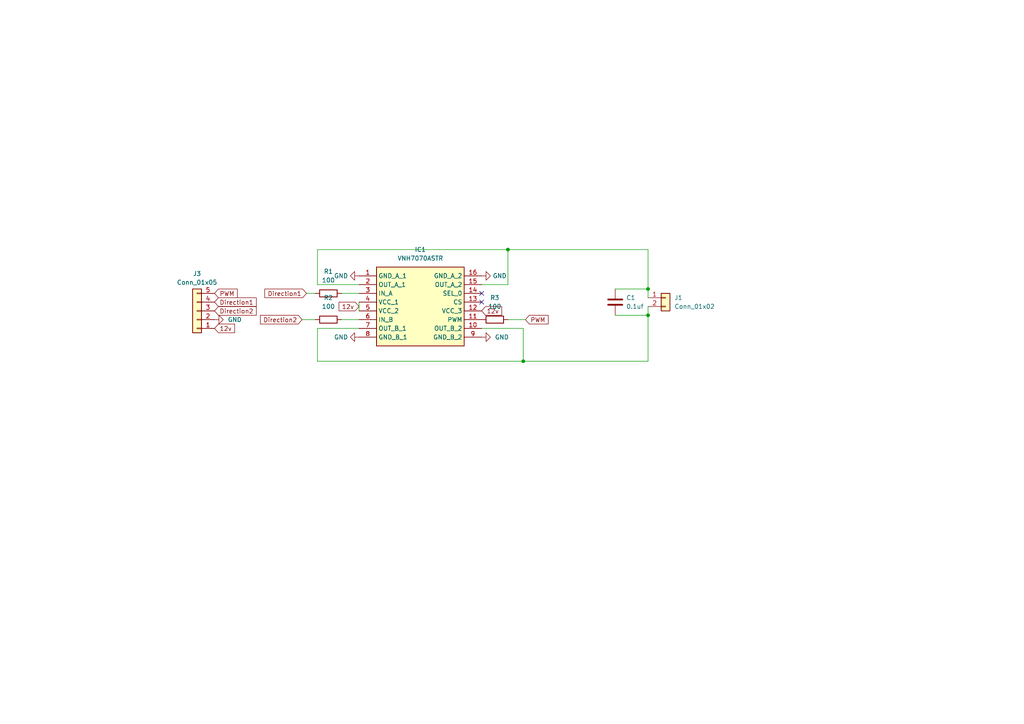
<source format=kicad_sch>
(kicad_sch (version 20231120) (generator "eeschema") (generator_version "8.0")
  (paper "A4")
  (lib_symbols
    (symbol "Connector_Generic:Conn_01x02" (pin_names (offset 1.016) hide)
      (property "Reference" "J" (at 0 2.54 0))
      (property "Value" "Conn_01x02" (at 0 -5.08 0))
      (symbol "Conn_01x02_1_1"
        (rectangle (start -1.27 -2.413) (end 0 -2.667) (stroke (width 0.1524)))
        (rectangle (start -1.27 0.127) (end 0 -0.127) (stroke (width 0.1524)))
        (rectangle (start -1.27 1.27) (end 1.27 -3.81) (stroke (width 0.254)) (fill (type background)))
        (pin passive line (at -5.08 0 0) (length 3.81) (name "Pin_1") (number "1"))
        (pin passive line (at -5.08 -2.54 0) (length 3.81) (name "Pin_2") (number "2"))
      )
    )
    (symbol "Connector_Generic:Conn_01x05" (pin_names (offset 1.016) hide)
      (property "Reference" "J" (at 0 7.62 0))
      (property "Value" "Conn_01x05" (at 0 -7.62 0))
      (symbol "Conn_01x05_1_1"
        (rectangle (start -1.27 -4.953) (end 0 -5.207) (stroke (width 0.1524)))
        (rectangle (start -1.27 -2.413) (end 0 -2.667) (stroke (width 0.1524)))
        (rectangle (start -1.27 0.127) (end 0 -0.127) (stroke (width 0.1524)))
        (rectangle (start -1.27 2.667) (end 0 2.413) (stroke (width 0.1524)))
        (rectangle (start -1.27 5.207) (end 0 4.953) (stroke (width 0.1524)))
        (rectangle (start -1.27 6.35) (end 1.27 -6.35) (stroke (width 0.254)) (fill (type background)))
        (pin passive line (at -5.08 5.08 0) (length 3.81) (name "Pin_1") (number "1"))
        (pin passive line (at -5.08 2.54 0) (length 3.81) (name "Pin_2") (number "2"))
        (pin passive line (at -5.08 0 0) (length 3.81) (name "Pin_3") (number "3"))
        (pin passive line (at -5.08 -2.54 0) (length 3.81) (name "Pin_4") (number "4"))
        (pin passive line (at -5.08 -5.08 0) (length 3.81) (name "Pin_5") (number "5"))
      )
    )
    (symbol "Device:C" (pin_numbers hide) (pin_names (offset 0.254))
      (property "Reference" "C" (at 0.635 2.54 0))
      (property "Value" "C" (at 0.635 -2.54 0))
      (symbol "C_0_1"
        (polyline (pts (xy -2.032 -0.762) (xy 2.032 -0.762)) (stroke (width 0.508)))
        (polyline (pts (xy -2.032 0.762) (xy 2.032 0.762)) (stroke (width 0.508)))
      )
      (symbol "C_1_1"
        (pin passive line (at 0 3.81 270) (length 2.794) (name "~") (number "1"))
        (pin passive line (at 0 -3.81 90) (length 2.794) (name "~") (number "2"))
      )
    )
    (symbol "Device:R" (pin_numbers hide) (pin_names (offset 0))
      (property "Reference" "R" (at 2.032 0 90))
      (property "Value" "R" (at 0 0 90))
      (symbol "R_0_1"
        (rectangle (start -1.016 -2.54) (end 1.016 2.54) (stroke (width 0.254)))
      )
      (symbol "R_1_1"
        (pin passive line (at 0 3.81 270) (length 1.27) (name "~") (number "1"))
        (pin passive line (at 0 -3.81 90) (length 1.27) (name "~") (number "2"))
      )
    )
    (symbol "VNH7070ASTR:VNH7070ASTR"
      (property "Reference" "IC" (at 31.75 7.62 0))
      (property "Value" "VNH7070ASTR" (at 31.75 5.08 0))
      (symbol "VNH7070ASTR_1_1"
        (rectangle (start 5.08 2.54) (end 30.48 -20.32) (stroke (width 0.254)) (fill (type background)))
        (pin passive line (at 0 0 0) (length 5.08) (name "GND_A_1") (number "1"))
        (pin passive line (at 35.56 -15.24 180) (length 5.08) (name "OUT_B_2") (number "10"))
        (pin passive line (at 35.56 -12.7 180) (length 5.08) (name "PWM") (number "11"))
        (pin passive line (at 35.56 -10.16 180) (length 5.08) (name "VCC_3") (number "12"))
        (pin passive line (at 35.56 -7.62 180) (length 5.08) (name "CS") (number "13"))
        (pin passive line (at 35.56 -5.08 180) (length 5.08) (name "SEL_0") (number "14"))
        (pin passive line (at 35.56 -2.54 180) (length 5.08) (name "OUT_A_2") (number "15"))
        (pin passive line (at 35.56 0 180) (length 5.08) (name "GND_A_2") (number "16"))
        (pin passive line (at 0 -2.54 0) (length 5.08) (name "OUT_A_1") (number "2"))
        (pin passive line (at 0 -5.08 0) (length 5.08) (name "IN_A") (number "3"))
        (pin passive line (at 0 -7.62 0) (length 5.08) (name "VCC_1") (number "4"))
        (pin passive line (at 0 -10.16 0) (length 5.08) (name "VCC_2") (number "5"))
        (pin passive line (at 0 -12.7 0) (length 5.08) (name "IN_B") (number "6"))
        (pin passive line (at 0 -15.24 0) (length 5.08) (name "OUT_B_1") (number "7"))
        (pin passive line (at 0 -17.78 0) (length 5.08) (name "GND_B_1") (number "8"))
        (pin passive line (at 35.56 -17.78 180) (length 5.08) (name "GND_B_2") (number "9"))
      )
    )
    (symbol "power:GND" (power) (pin_names (offset 0))
      (property "Value" "GND" (at 0 -3.81 0))
      (symbol "GND_0_1"
        (polyline (pts (xy 0 0) (xy 0 -1.27) (xy 1.27 -1.27) (xy 0 -2.54) (xy -1.27 -1.27) (xy 0 -1.27)))
      )
      (symbol "GND_1_1"
        (pin power_in line (at 0 0 270) (length 0) hide (name "GND") (number "1"))
      )
    )
  )
  (junction (at 187.96 83.82))
  (junction (at 151.765 104.775))
  (junction (at 147.32 72.39))
  (junction (at 187.96 91.44))
  (no_connect (at 139.7 85.09))
  (no_connect (at 139.7 87.63))
  (wire (pts (xy 92.075 82.55) (xy 92.075 72.39)))
  (wire (pts (xy 147.32 92.71) (xy 152.4 92.71)))
  (wire (pts (xy 187.96 91.44) (xy 187.96 104.775)))
  (wire (pts (xy 139.7 95.25) (xy 151.765 95.25)))
  (wire (pts (xy 104.14 95.25) (xy 92.075 95.25)))
  (wire (pts (xy 187.96 72.39) (xy 187.96 83.82)))
  (wire (pts (xy 151.765 104.775) (xy 187.96 104.775)))
  (wire (pts (xy 87.63 92.71) (xy 91.44 92.71)))
  (wire (pts (xy 147.32 72.39) (xy 187.96 72.39)))
  (wire (pts (xy 178.435 91.44) (xy 187.96 91.44)))
  (wire (pts (xy 147.32 82.55) (xy 147.32 72.39)))
  (wire (pts (xy 88.9 85.09) (xy 91.44 85.09)))
  (wire (pts (xy 151.765 95.25) (xy 151.765 104.775)))
  (wire (pts (xy 92.075 95.25) (xy 92.075 104.775)))
  (wire (pts (xy 187.96 83.82) (xy 187.96 86.36)))
  (wire (pts (xy 99.06 92.71) (xy 104.14 92.71)))
  (wire (pts (xy 178.435 83.82) (xy 187.96 83.82)))
  (wire (pts (xy 99.06 85.09) (xy 104.14 85.09)))
  (wire (pts (xy 104.14 87.63) (xy 104.14 90.17)))
  (wire (pts (xy 92.075 72.39) (xy 147.32 72.39)))
  (wire (pts (xy 104.14 82.55) (xy 92.075 82.55)))
  (wire (pts (xy 139.7 82.55) (xy 147.32 82.55)))
  (wire (pts (xy 187.96 91.44) (xy 187.96 88.9)))
  (wire (pts (xy 92.075 104.775) (xy 151.765 104.775)))
  (global_label "12v" (shape input) (at 139.7 90.17 0) (property "Intersheetrefs" "${INTERSHEET_REFS}" (effects (hide yes))))
  (global_label "PWM" (shape input) (at 152.4 92.71 0) (property "Intersheetrefs" "${INTERSHEET_REFS}" (effects (hide yes))))
  (global_label "Direction2" (shape input) (at 62.23 90.17 0) (property "Intersheetrefs" "${INTERSHEET_REFS}" (effects (hide yes))))
  (global_label "Direction1" (shape input) (at 88.9 85.09 180) (property "Intersheetrefs" "${INTERSHEET_REFS}" (effects (hide yes))))
  (global_label "PWM" (shape input) (at 62.23 85.09 0) (property "Intersheetrefs" "${INTERSHEET_REFS}" (effects (hide yes))))
  (global_label "Direction1" (shape input) (at 62.23 87.63 0) (property "Intersheetrefs" "${INTERSHEET_REFS}" (effects (hide yes))))
  (global_label "Direction2" (shape input) (at 87.63 92.71 180) (property "Intersheetrefs" "${INTERSHEET_REFS}" (effects (hide yes))))
  (global_label "12v" (shape input) (at 62.23 95.25 0) (property "Intersheetrefs" "${INTERSHEET_REFS}" (effects (hide yes))))
  (global_label "12v" (shape input) (at 104.14 88.9 180) (property "Intersheetrefs" "${INTERSHEET_REFS}" (effects (hide yes))))
  (symbol (lib_id "power:GND") (at 104.14 97.79 270) (unit 1)
    (property "Reference" "#PWR03" (effects (hide yes)))
    (property "Value" "GND" (at 100.965 97.79 90) (effects (justify right)))
  )
  (symbol (lib_id "Device:C") (at 178.435 87.63 0) (unit 1)
    (property "Reference" "C1" (at 181.61 86.36 0) (effects (justify left)))
    (property "Value" "0.1uf" (at 181.61 88.9 0) (effects (justify left)))
    (property "Footprint" "Capacitor_SMD:C_0805_2012Metric_Pad1.18x1.45mm_HandSolder" (effects (hide yes)))
  )
  (symbol (lib_id "Connector_Generic:Conn_01x05") (at 57.15 90.17 180) (unit 1)
    (property "Reference" "J3" (at 57.15 79.375 0))
    (property "Value" "Conn_01x05" (at 57.15 81.915 0))
    (property "Footprint" "Connector_PinHeader_2.54mm:PinHeader_1x05_P2.54mm_Vertical" (effects (hide yes)))
  )
  (symbol (lib_id "Device:R") (at 95.25 92.71 90) (unit 1)
    (property "Reference" "R2" (at 95.25 86.36 90))
    (property "Value" "100" (at 95.25 88.9 90))
    (property "Footprint" "Resistor_SMD:R_0805_2012Metric_Pad1.20x1.40mm_HandSolder" (effects (hide yes)))
    (property "Description" "Resistor" (effects (hide yes)))
  )
  (symbol (lib_id "VNH7070ASTR:VNH7070ASTR") (at 104.14 80.01 0) (unit 1)
    (property "Reference" "IC1" (at 121.92 72.39 0))
    (property "Value" "VNH7070ASTR" (at 121.92 74.93 0))
    (property "Footprint" "VNH:SOIC127P600X175-16N" (effects (hide yes)))
    (property "Datasheet" "http://www.st.com/content/ccc/resource/technical/document/datasheet/08/97/0a/0c/cf/4b/41/40/DM00213876.pdf/files/DM00213876.pdf/jcr:content/translations/en.DM00213876.pdf" (effects (hide yes)))
    (property "Height" "1.75" (effects (hide yes)))
    (property "Mouser Part Number" "511-VNH7070ASTR" (effects (hide yes)))
    (property "Mouser Price/Stock" "https://www.mouser.co.uk/ProductDetail/STMicroelectronics/VNH7070ASTR?qs=mKNKSX85ZJe3m6X6ucY7IA%3D%3D" (effects (hide yes)))
    (property "Manufacturer_Name" "STMicroelectronics" (effects (hide yes)))
    (property "Manufacturer_Part_Number" "VNH7070ASTR" (effects (hide yes)))
  )
  (symbol (lib_id "Connector_Generic:Conn_01x02") (at 193.04 86.36 0) (unit 1)
    (property "Reference" "J1" (at 195.58 86.36 0) (effects (justify left)))
    (property "Value" "Conn_01x02" (at 195.58 88.9 0) (effects (justify left)))
    (property "Footprint" "Connector_PinHeader_2.54mm:PinHeader_1x02_P2.54mm_Vertical" (effects (hide yes)))
  )
  (symbol (lib_id "power:GND") (at 104.14 80.01 270) (unit 1)
    (property "Reference" "#PWR01" (effects (hide yes)))
    (property "Value" "GND" (at 100.965 80.01 90) (effects (justify right)))
  )
  (symbol (lib_id "power:GND") (at 62.23 92.71 90) (unit 1)
    (property "Reference" "#PWR05" (effects (hide yes)))
    (property "Value" "GND" (at 66.04 92.71 90) (effects (justify right)))
  )
  (symbol (lib_id "power:GND") (at 139.7 97.79 90) (unit 1)
    (property "Reference" "#PWR04" (effects (hide yes)))
    (property "Value" "GND" (at 143.51 97.79 90) (effects (justify right)))
  )
  (symbol (lib_id "power:GND") (at 139.7 80.01 90) (unit 1)
    (property "Reference" "#PWR02" (effects (hide yes)))
    (property "Value" "GND" (at 142.875 80.01 90) (effects (justify right)))
  )
  (symbol (lib_id "Device:R") (at 143.51 92.71 90) (unit 1)
    (property "Reference" "R3" (at 143.51 86.36 90))
    (property "Value" "100" (at 143.51 88.9 90))
    (property "Footprint" "Resistor_SMD:R_0805_2012Metric_Pad1.20x1.40mm_HandSolder" (effects (hide yes)))
    (property "Description" "Resistor" (effects (hide yes)))
  )
  (symbol (lib_id "Device:R") (at 95.25 85.09 90) (unit 1)
    (property "Reference" "R1" (at 95.25 78.74 90))
    (property "Value" "100" (at 95.25 81.28 90))
    (property "Footprint" "Resistor_SMD:R_0805_2012Metric_Pad1.20x1.40mm_HandSolder" (effects (hide yes)))
    (property "Description" "Resistor" (effects (hide yes)))
  )
)
</source>
